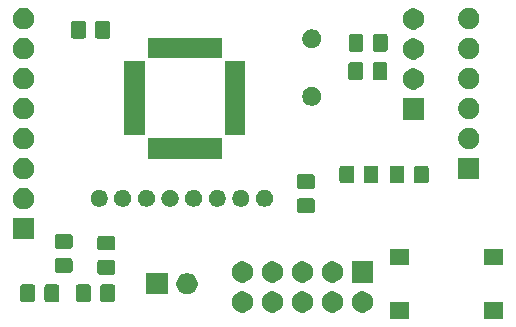
<source format=gbr>
G04 #@! TF.GenerationSoftware,KiCad,Pcbnew,(5.1.5-0-10_14)*
G04 #@! TF.CreationDate,2020-04-26T21:59:26+02:00*
G04 #@! TF.ProjectId,minimal,6d696e69-6d61-46c2-9e6b-696361645f70,rev?*
G04 #@! TF.SameCoordinates,Original*
G04 #@! TF.FileFunction,Soldermask,Top*
G04 #@! TF.FilePolarity,Negative*
%FSLAX46Y46*%
G04 Gerber Fmt 4.6, Leading zero omitted, Abs format (unit mm)*
G04 Created by KiCad (PCBNEW (5.1.5-0-10_14)) date 2020-04-26 21:59:26*
%MOMM*%
%LPD*%
G04 APERTURE LIST*
%ADD10C,0.100000*%
G04 APERTURE END LIST*
D10*
G36*
X69201000Y-67451000D02*
G01*
X67549000Y-67451000D01*
X67549000Y-66049000D01*
X69201000Y-66049000D01*
X69201000Y-67451000D01*
G37*
G36*
X61251000Y-67451000D02*
G01*
X59599000Y-67451000D01*
X59599000Y-66049000D01*
X61251000Y-66049000D01*
X61251000Y-67451000D01*
G37*
G36*
X57403512Y-65143927D02*
G01*
X57552812Y-65173624D01*
X57716784Y-65241544D01*
X57864354Y-65340147D01*
X57989853Y-65465646D01*
X58088456Y-65613216D01*
X58156376Y-65777188D01*
X58191000Y-65951259D01*
X58191000Y-66128741D01*
X58156376Y-66302812D01*
X58088456Y-66466784D01*
X57989853Y-66614354D01*
X57864354Y-66739853D01*
X57716784Y-66838456D01*
X57552812Y-66906376D01*
X57403512Y-66936073D01*
X57378742Y-66941000D01*
X57201258Y-66941000D01*
X57176488Y-66936073D01*
X57027188Y-66906376D01*
X56863216Y-66838456D01*
X56715646Y-66739853D01*
X56590147Y-66614354D01*
X56491544Y-66466784D01*
X56423624Y-66302812D01*
X56389000Y-66128741D01*
X56389000Y-65951259D01*
X56423624Y-65777188D01*
X56491544Y-65613216D01*
X56590147Y-65465646D01*
X56715646Y-65340147D01*
X56863216Y-65241544D01*
X57027188Y-65173624D01*
X57176488Y-65143927D01*
X57201258Y-65139000D01*
X57378742Y-65139000D01*
X57403512Y-65143927D01*
G37*
G36*
X54863512Y-65143927D02*
G01*
X55012812Y-65173624D01*
X55176784Y-65241544D01*
X55324354Y-65340147D01*
X55449853Y-65465646D01*
X55548456Y-65613216D01*
X55616376Y-65777188D01*
X55651000Y-65951259D01*
X55651000Y-66128741D01*
X55616376Y-66302812D01*
X55548456Y-66466784D01*
X55449853Y-66614354D01*
X55324354Y-66739853D01*
X55176784Y-66838456D01*
X55012812Y-66906376D01*
X54863512Y-66936073D01*
X54838742Y-66941000D01*
X54661258Y-66941000D01*
X54636488Y-66936073D01*
X54487188Y-66906376D01*
X54323216Y-66838456D01*
X54175646Y-66739853D01*
X54050147Y-66614354D01*
X53951544Y-66466784D01*
X53883624Y-66302812D01*
X53849000Y-66128741D01*
X53849000Y-65951259D01*
X53883624Y-65777188D01*
X53951544Y-65613216D01*
X54050147Y-65465646D01*
X54175646Y-65340147D01*
X54323216Y-65241544D01*
X54487188Y-65173624D01*
X54636488Y-65143927D01*
X54661258Y-65139000D01*
X54838742Y-65139000D01*
X54863512Y-65143927D01*
G37*
G36*
X52323512Y-65143927D02*
G01*
X52472812Y-65173624D01*
X52636784Y-65241544D01*
X52784354Y-65340147D01*
X52909853Y-65465646D01*
X53008456Y-65613216D01*
X53076376Y-65777188D01*
X53111000Y-65951259D01*
X53111000Y-66128741D01*
X53076376Y-66302812D01*
X53008456Y-66466784D01*
X52909853Y-66614354D01*
X52784354Y-66739853D01*
X52636784Y-66838456D01*
X52472812Y-66906376D01*
X52323512Y-66936073D01*
X52298742Y-66941000D01*
X52121258Y-66941000D01*
X52096488Y-66936073D01*
X51947188Y-66906376D01*
X51783216Y-66838456D01*
X51635646Y-66739853D01*
X51510147Y-66614354D01*
X51411544Y-66466784D01*
X51343624Y-66302812D01*
X51309000Y-66128741D01*
X51309000Y-65951259D01*
X51343624Y-65777188D01*
X51411544Y-65613216D01*
X51510147Y-65465646D01*
X51635646Y-65340147D01*
X51783216Y-65241544D01*
X51947188Y-65173624D01*
X52096488Y-65143927D01*
X52121258Y-65139000D01*
X52298742Y-65139000D01*
X52323512Y-65143927D01*
G37*
G36*
X49783512Y-65143927D02*
G01*
X49932812Y-65173624D01*
X50096784Y-65241544D01*
X50244354Y-65340147D01*
X50369853Y-65465646D01*
X50468456Y-65613216D01*
X50536376Y-65777188D01*
X50571000Y-65951259D01*
X50571000Y-66128741D01*
X50536376Y-66302812D01*
X50468456Y-66466784D01*
X50369853Y-66614354D01*
X50244354Y-66739853D01*
X50096784Y-66838456D01*
X49932812Y-66906376D01*
X49783512Y-66936073D01*
X49758742Y-66941000D01*
X49581258Y-66941000D01*
X49556488Y-66936073D01*
X49407188Y-66906376D01*
X49243216Y-66838456D01*
X49095646Y-66739853D01*
X48970147Y-66614354D01*
X48871544Y-66466784D01*
X48803624Y-66302812D01*
X48769000Y-66128741D01*
X48769000Y-65951259D01*
X48803624Y-65777188D01*
X48871544Y-65613216D01*
X48970147Y-65465646D01*
X49095646Y-65340147D01*
X49243216Y-65241544D01*
X49407188Y-65173624D01*
X49556488Y-65143927D01*
X49581258Y-65139000D01*
X49758742Y-65139000D01*
X49783512Y-65143927D01*
G37*
G36*
X47243512Y-65143927D02*
G01*
X47392812Y-65173624D01*
X47556784Y-65241544D01*
X47704354Y-65340147D01*
X47829853Y-65465646D01*
X47928456Y-65613216D01*
X47996376Y-65777188D01*
X48031000Y-65951259D01*
X48031000Y-66128741D01*
X47996376Y-66302812D01*
X47928456Y-66466784D01*
X47829853Y-66614354D01*
X47704354Y-66739853D01*
X47556784Y-66838456D01*
X47392812Y-66906376D01*
X47243512Y-66936073D01*
X47218742Y-66941000D01*
X47041258Y-66941000D01*
X47016488Y-66936073D01*
X46867188Y-66906376D01*
X46703216Y-66838456D01*
X46555646Y-66739853D01*
X46430147Y-66614354D01*
X46331544Y-66466784D01*
X46263624Y-66302812D01*
X46229000Y-66128741D01*
X46229000Y-65951259D01*
X46263624Y-65777188D01*
X46331544Y-65613216D01*
X46430147Y-65465646D01*
X46555646Y-65340147D01*
X46703216Y-65241544D01*
X46867188Y-65173624D01*
X47016488Y-65143927D01*
X47041258Y-65139000D01*
X47218742Y-65139000D01*
X47243512Y-65143927D01*
G37*
G36*
X29413674Y-64553465D02*
G01*
X29451367Y-64564899D01*
X29486103Y-64583466D01*
X29516548Y-64608452D01*
X29541534Y-64638897D01*
X29560101Y-64673633D01*
X29571535Y-64711326D01*
X29576000Y-64756661D01*
X29576000Y-65843339D01*
X29571535Y-65888674D01*
X29560101Y-65926367D01*
X29541534Y-65961103D01*
X29516548Y-65991548D01*
X29486103Y-66016534D01*
X29451367Y-66035101D01*
X29413674Y-66046535D01*
X29368339Y-66051000D01*
X28531661Y-66051000D01*
X28486326Y-66046535D01*
X28448633Y-66035101D01*
X28413897Y-66016534D01*
X28383452Y-65991548D01*
X28358466Y-65961103D01*
X28339899Y-65926367D01*
X28328465Y-65888674D01*
X28324000Y-65843339D01*
X28324000Y-64756661D01*
X28328465Y-64711326D01*
X28339899Y-64673633D01*
X28358466Y-64638897D01*
X28383452Y-64608452D01*
X28413897Y-64583466D01*
X28448633Y-64564899D01*
X28486326Y-64553465D01*
X28531661Y-64549000D01*
X29368339Y-64549000D01*
X29413674Y-64553465D01*
G37*
G36*
X31463674Y-64553465D02*
G01*
X31501367Y-64564899D01*
X31536103Y-64583466D01*
X31566548Y-64608452D01*
X31591534Y-64638897D01*
X31610101Y-64673633D01*
X31621535Y-64711326D01*
X31626000Y-64756661D01*
X31626000Y-65843339D01*
X31621535Y-65888674D01*
X31610101Y-65926367D01*
X31591534Y-65961103D01*
X31566548Y-65991548D01*
X31536103Y-66016534D01*
X31501367Y-66035101D01*
X31463674Y-66046535D01*
X31418339Y-66051000D01*
X30581661Y-66051000D01*
X30536326Y-66046535D01*
X30498633Y-66035101D01*
X30463897Y-66016534D01*
X30433452Y-65991548D01*
X30408466Y-65961103D01*
X30389899Y-65926367D01*
X30378465Y-65888674D01*
X30374000Y-65843339D01*
X30374000Y-64756661D01*
X30378465Y-64711326D01*
X30389899Y-64673633D01*
X30408466Y-64638897D01*
X30433452Y-64608452D01*
X30463897Y-64583466D01*
X30498633Y-64564899D01*
X30536326Y-64553465D01*
X30581661Y-64549000D01*
X31418339Y-64549000D01*
X31463674Y-64553465D01*
G37*
G36*
X34138674Y-64553465D02*
G01*
X34176367Y-64564899D01*
X34211103Y-64583466D01*
X34241548Y-64608452D01*
X34266534Y-64638897D01*
X34285101Y-64673633D01*
X34296535Y-64711326D01*
X34301000Y-64756661D01*
X34301000Y-65843339D01*
X34296535Y-65888674D01*
X34285101Y-65926367D01*
X34266534Y-65961103D01*
X34241548Y-65991548D01*
X34211103Y-66016534D01*
X34176367Y-66035101D01*
X34138674Y-66046535D01*
X34093339Y-66051000D01*
X33256661Y-66051000D01*
X33211326Y-66046535D01*
X33173633Y-66035101D01*
X33138897Y-66016534D01*
X33108452Y-65991548D01*
X33083466Y-65961103D01*
X33064899Y-65926367D01*
X33053465Y-65888674D01*
X33049000Y-65843339D01*
X33049000Y-64756661D01*
X33053465Y-64711326D01*
X33064899Y-64673633D01*
X33083466Y-64638897D01*
X33108452Y-64608452D01*
X33138897Y-64583466D01*
X33173633Y-64564899D01*
X33211326Y-64553465D01*
X33256661Y-64549000D01*
X34093339Y-64549000D01*
X34138674Y-64553465D01*
G37*
G36*
X36188674Y-64553465D02*
G01*
X36226367Y-64564899D01*
X36261103Y-64583466D01*
X36291548Y-64608452D01*
X36316534Y-64638897D01*
X36335101Y-64673633D01*
X36346535Y-64711326D01*
X36351000Y-64756661D01*
X36351000Y-65843339D01*
X36346535Y-65888674D01*
X36335101Y-65926367D01*
X36316534Y-65961103D01*
X36291548Y-65991548D01*
X36261103Y-66016534D01*
X36226367Y-66035101D01*
X36188674Y-66046535D01*
X36143339Y-66051000D01*
X35306661Y-66051000D01*
X35261326Y-66046535D01*
X35223633Y-66035101D01*
X35188897Y-66016534D01*
X35158452Y-65991548D01*
X35133466Y-65961103D01*
X35114899Y-65926367D01*
X35103465Y-65888674D01*
X35099000Y-65843339D01*
X35099000Y-64756661D01*
X35103465Y-64711326D01*
X35114899Y-64673633D01*
X35133466Y-64638897D01*
X35158452Y-64608452D01*
X35188897Y-64583466D01*
X35223633Y-64564899D01*
X35261326Y-64553465D01*
X35306661Y-64549000D01*
X36143339Y-64549000D01*
X36188674Y-64553465D01*
G37*
G36*
X40801000Y-65401000D02*
G01*
X38999000Y-65401000D01*
X38999000Y-63599000D01*
X40801000Y-63599000D01*
X40801000Y-65401000D01*
G37*
G36*
X42553512Y-63603927D02*
G01*
X42702812Y-63633624D01*
X42866784Y-63701544D01*
X43014354Y-63800147D01*
X43139853Y-63925646D01*
X43238456Y-64073216D01*
X43306376Y-64237188D01*
X43332072Y-64366375D01*
X43338960Y-64401000D01*
X43341000Y-64411259D01*
X43341000Y-64588741D01*
X43306376Y-64762812D01*
X43238456Y-64926784D01*
X43139853Y-65074354D01*
X43014354Y-65199853D01*
X42866784Y-65298456D01*
X42702812Y-65366376D01*
X42553512Y-65396073D01*
X42528742Y-65401000D01*
X42351258Y-65401000D01*
X42326488Y-65396073D01*
X42177188Y-65366376D01*
X42013216Y-65298456D01*
X41865646Y-65199853D01*
X41740147Y-65074354D01*
X41641544Y-64926784D01*
X41573624Y-64762812D01*
X41539000Y-64588741D01*
X41539000Y-64411259D01*
X41541041Y-64401000D01*
X41547928Y-64366375D01*
X41573624Y-64237188D01*
X41641544Y-64073216D01*
X41740147Y-63925646D01*
X41865646Y-63800147D01*
X42013216Y-63701544D01*
X42177188Y-63633624D01*
X42326488Y-63603927D01*
X42351258Y-63599000D01*
X42528742Y-63599000D01*
X42553512Y-63603927D01*
G37*
G36*
X52323512Y-62603927D02*
G01*
X52472812Y-62633624D01*
X52636784Y-62701544D01*
X52784354Y-62800147D01*
X52909853Y-62925646D01*
X53008456Y-63073216D01*
X53076376Y-63237188D01*
X53102463Y-63368339D01*
X53111000Y-63411258D01*
X53111000Y-63588742D01*
X53108489Y-63601367D01*
X53076376Y-63762812D01*
X53008456Y-63926784D01*
X52909853Y-64074354D01*
X52784354Y-64199853D01*
X52636784Y-64298456D01*
X52472812Y-64366376D01*
X52323512Y-64396073D01*
X52298742Y-64401000D01*
X52121258Y-64401000D01*
X52096488Y-64396073D01*
X51947188Y-64366376D01*
X51783216Y-64298456D01*
X51635646Y-64199853D01*
X51510147Y-64074354D01*
X51411544Y-63926784D01*
X51343624Y-63762812D01*
X51311511Y-63601367D01*
X51309000Y-63588742D01*
X51309000Y-63411258D01*
X51317537Y-63368339D01*
X51343624Y-63237188D01*
X51411544Y-63073216D01*
X51510147Y-62925646D01*
X51635646Y-62800147D01*
X51783216Y-62701544D01*
X51947188Y-62633624D01*
X52096488Y-62603927D01*
X52121258Y-62599000D01*
X52298742Y-62599000D01*
X52323512Y-62603927D01*
G37*
G36*
X49783512Y-62603927D02*
G01*
X49932812Y-62633624D01*
X50096784Y-62701544D01*
X50244354Y-62800147D01*
X50369853Y-62925646D01*
X50468456Y-63073216D01*
X50536376Y-63237188D01*
X50562463Y-63368339D01*
X50571000Y-63411258D01*
X50571000Y-63588742D01*
X50568489Y-63601367D01*
X50536376Y-63762812D01*
X50468456Y-63926784D01*
X50369853Y-64074354D01*
X50244354Y-64199853D01*
X50096784Y-64298456D01*
X49932812Y-64366376D01*
X49783512Y-64396073D01*
X49758742Y-64401000D01*
X49581258Y-64401000D01*
X49556488Y-64396073D01*
X49407188Y-64366376D01*
X49243216Y-64298456D01*
X49095646Y-64199853D01*
X48970147Y-64074354D01*
X48871544Y-63926784D01*
X48803624Y-63762812D01*
X48771511Y-63601367D01*
X48769000Y-63588742D01*
X48769000Y-63411258D01*
X48777537Y-63368339D01*
X48803624Y-63237188D01*
X48871544Y-63073216D01*
X48970147Y-62925646D01*
X49095646Y-62800147D01*
X49243216Y-62701544D01*
X49407188Y-62633624D01*
X49556488Y-62603927D01*
X49581258Y-62599000D01*
X49758742Y-62599000D01*
X49783512Y-62603927D01*
G37*
G36*
X47243512Y-62603927D02*
G01*
X47392812Y-62633624D01*
X47556784Y-62701544D01*
X47704354Y-62800147D01*
X47829853Y-62925646D01*
X47928456Y-63073216D01*
X47996376Y-63237188D01*
X48022463Y-63368339D01*
X48031000Y-63411258D01*
X48031000Y-63588742D01*
X48028489Y-63601367D01*
X47996376Y-63762812D01*
X47928456Y-63926784D01*
X47829853Y-64074354D01*
X47704354Y-64199853D01*
X47556784Y-64298456D01*
X47392812Y-64366376D01*
X47243512Y-64396073D01*
X47218742Y-64401000D01*
X47041258Y-64401000D01*
X47016488Y-64396073D01*
X46867188Y-64366376D01*
X46703216Y-64298456D01*
X46555646Y-64199853D01*
X46430147Y-64074354D01*
X46331544Y-63926784D01*
X46263624Y-63762812D01*
X46231511Y-63601367D01*
X46229000Y-63588742D01*
X46229000Y-63411258D01*
X46237537Y-63368339D01*
X46263624Y-63237188D01*
X46331544Y-63073216D01*
X46430147Y-62925646D01*
X46555646Y-62800147D01*
X46703216Y-62701544D01*
X46867188Y-62633624D01*
X47016488Y-62603927D01*
X47041258Y-62599000D01*
X47218742Y-62599000D01*
X47243512Y-62603927D01*
G37*
G36*
X54863512Y-62603927D02*
G01*
X55012812Y-62633624D01*
X55176784Y-62701544D01*
X55324354Y-62800147D01*
X55449853Y-62925646D01*
X55548456Y-63073216D01*
X55616376Y-63237188D01*
X55642463Y-63368339D01*
X55651000Y-63411258D01*
X55651000Y-63588742D01*
X55648489Y-63601367D01*
X55616376Y-63762812D01*
X55548456Y-63926784D01*
X55449853Y-64074354D01*
X55324354Y-64199853D01*
X55176784Y-64298456D01*
X55012812Y-64366376D01*
X54863512Y-64396073D01*
X54838742Y-64401000D01*
X54661258Y-64401000D01*
X54636488Y-64396073D01*
X54487188Y-64366376D01*
X54323216Y-64298456D01*
X54175646Y-64199853D01*
X54050147Y-64074354D01*
X53951544Y-63926784D01*
X53883624Y-63762812D01*
X53851511Y-63601367D01*
X53849000Y-63588742D01*
X53849000Y-63411258D01*
X53857537Y-63368339D01*
X53883624Y-63237188D01*
X53951544Y-63073216D01*
X54050147Y-62925646D01*
X54175646Y-62800147D01*
X54323216Y-62701544D01*
X54487188Y-62633624D01*
X54636488Y-62603927D01*
X54661258Y-62599000D01*
X54838742Y-62599000D01*
X54863512Y-62603927D01*
G37*
G36*
X58191000Y-64401000D02*
G01*
X56389000Y-64401000D01*
X56389000Y-62599000D01*
X58191000Y-62599000D01*
X58191000Y-64401000D01*
G37*
G36*
X36188674Y-62478465D02*
G01*
X36226367Y-62489899D01*
X36261103Y-62508466D01*
X36291548Y-62533452D01*
X36316534Y-62563897D01*
X36335101Y-62598633D01*
X36346535Y-62636326D01*
X36351000Y-62681661D01*
X36351000Y-63518339D01*
X36346535Y-63563674D01*
X36335101Y-63601367D01*
X36316534Y-63636103D01*
X36291548Y-63666548D01*
X36261103Y-63691534D01*
X36226367Y-63710101D01*
X36188674Y-63721535D01*
X36143339Y-63726000D01*
X35056661Y-63726000D01*
X35011326Y-63721535D01*
X34973633Y-63710101D01*
X34938897Y-63691534D01*
X34908452Y-63666548D01*
X34883466Y-63636103D01*
X34864899Y-63601367D01*
X34853465Y-63563674D01*
X34849000Y-63518339D01*
X34849000Y-62681661D01*
X34853465Y-62636326D01*
X34864899Y-62598633D01*
X34883466Y-62563897D01*
X34908452Y-62533452D01*
X34938897Y-62508466D01*
X34973633Y-62489899D01*
X35011326Y-62478465D01*
X35056661Y-62474000D01*
X36143339Y-62474000D01*
X36188674Y-62478465D01*
G37*
G36*
X32588674Y-62328465D02*
G01*
X32626367Y-62339899D01*
X32661103Y-62358466D01*
X32691548Y-62383452D01*
X32716534Y-62413897D01*
X32735101Y-62448633D01*
X32746535Y-62486326D01*
X32751000Y-62531661D01*
X32751000Y-63368339D01*
X32746535Y-63413674D01*
X32735101Y-63451367D01*
X32716534Y-63486103D01*
X32691548Y-63516548D01*
X32661103Y-63541534D01*
X32626367Y-63560101D01*
X32588674Y-63571535D01*
X32543339Y-63576000D01*
X31456661Y-63576000D01*
X31411326Y-63571535D01*
X31373633Y-63560101D01*
X31338897Y-63541534D01*
X31308452Y-63516548D01*
X31283466Y-63486103D01*
X31264899Y-63451367D01*
X31253465Y-63413674D01*
X31249000Y-63368339D01*
X31249000Y-62531661D01*
X31253465Y-62486326D01*
X31264899Y-62448633D01*
X31283466Y-62413897D01*
X31308452Y-62383452D01*
X31338897Y-62358466D01*
X31373633Y-62339899D01*
X31411326Y-62328465D01*
X31456661Y-62324000D01*
X32543339Y-62324000D01*
X32588674Y-62328465D01*
G37*
G36*
X61251000Y-62951000D02*
G01*
X59599000Y-62951000D01*
X59599000Y-61549000D01*
X61251000Y-61549000D01*
X61251000Y-62951000D01*
G37*
G36*
X69201000Y-62951000D02*
G01*
X67549000Y-62951000D01*
X67549000Y-61549000D01*
X69201000Y-61549000D01*
X69201000Y-62951000D01*
G37*
G36*
X36188674Y-60428465D02*
G01*
X36226367Y-60439899D01*
X36261103Y-60458466D01*
X36291548Y-60483452D01*
X36316534Y-60513897D01*
X36335101Y-60548633D01*
X36346535Y-60586326D01*
X36351000Y-60631661D01*
X36351000Y-61468339D01*
X36346535Y-61513674D01*
X36335101Y-61551367D01*
X36316534Y-61586103D01*
X36291548Y-61616548D01*
X36261103Y-61641534D01*
X36226367Y-61660101D01*
X36188674Y-61671535D01*
X36143339Y-61676000D01*
X35056661Y-61676000D01*
X35011326Y-61671535D01*
X34973633Y-61660101D01*
X34938897Y-61641534D01*
X34908452Y-61616548D01*
X34883466Y-61586103D01*
X34864899Y-61551367D01*
X34853465Y-61513674D01*
X34849000Y-61468339D01*
X34849000Y-60631661D01*
X34853465Y-60586326D01*
X34864899Y-60548633D01*
X34883466Y-60513897D01*
X34908452Y-60483452D01*
X34938897Y-60458466D01*
X34973633Y-60439899D01*
X35011326Y-60428465D01*
X35056661Y-60424000D01*
X36143339Y-60424000D01*
X36188674Y-60428465D01*
G37*
G36*
X32588674Y-60278465D02*
G01*
X32626367Y-60289899D01*
X32661103Y-60308466D01*
X32691548Y-60333452D01*
X32716534Y-60363897D01*
X32735101Y-60398633D01*
X32746535Y-60436326D01*
X32751000Y-60481661D01*
X32751000Y-61318339D01*
X32746535Y-61363674D01*
X32735101Y-61401367D01*
X32716534Y-61436103D01*
X32691548Y-61466548D01*
X32661103Y-61491534D01*
X32626367Y-61510101D01*
X32588674Y-61521535D01*
X32543339Y-61526000D01*
X31456661Y-61526000D01*
X31411326Y-61521535D01*
X31373633Y-61510101D01*
X31338897Y-61491534D01*
X31308452Y-61466548D01*
X31283466Y-61436103D01*
X31264899Y-61401367D01*
X31253465Y-61363674D01*
X31249000Y-61318339D01*
X31249000Y-60481661D01*
X31253465Y-60436326D01*
X31264899Y-60398633D01*
X31283466Y-60363897D01*
X31308452Y-60333452D01*
X31338897Y-60308466D01*
X31373633Y-60289899D01*
X31411326Y-60278465D01*
X31456661Y-60274000D01*
X32543339Y-60274000D01*
X32588674Y-60278465D01*
G37*
G36*
X29501000Y-60741000D02*
G01*
X27699000Y-60741000D01*
X27699000Y-58939000D01*
X29501000Y-58939000D01*
X29501000Y-60741000D01*
G37*
G36*
X53088674Y-57278465D02*
G01*
X53126367Y-57289899D01*
X53161103Y-57308466D01*
X53191548Y-57333452D01*
X53216534Y-57363897D01*
X53235101Y-57398633D01*
X53246535Y-57436326D01*
X53251000Y-57481661D01*
X53251000Y-58318339D01*
X53246535Y-58363674D01*
X53235101Y-58401367D01*
X53216534Y-58436103D01*
X53191548Y-58466548D01*
X53161103Y-58491534D01*
X53126367Y-58510101D01*
X53088674Y-58521535D01*
X53043339Y-58526000D01*
X51956661Y-58526000D01*
X51911326Y-58521535D01*
X51873633Y-58510101D01*
X51838897Y-58491534D01*
X51808452Y-58466548D01*
X51783466Y-58436103D01*
X51764899Y-58401367D01*
X51753465Y-58363674D01*
X51749000Y-58318339D01*
X51749000Y-57481661D01*
X51753465Y-57436326D01*
X51764899Y-57398633D01*
X51783466Y-57363897D01*
X51808452Y-57333452D01*
X51838897Y-57308466D01*
X51873633Y-57289899D01*
X51911326Y-57278465D01*
X51956661Y-57274000D01*
X53043339Y-57274000D01*
X53088674Y-57278465D01*
G37*
G36*
X28713512Y-56403927D02*
G01*
X28862812Y-56433624D01*
X29026784Y-56501544D01*
X29174354Y-56600147D01*
X29299853Y-56725646D01*
X29398456Y-56873216D01*
X29466376Y-57037188D01*
X29494483Y-57178494D01*
X29501000Y-57211258D01*
X29501000Y-57388742D01*
X29496073Y-57413512D01*
X29466376Y-57562812D01*
X29398456Y-57726784D01*
X29299853Y-57874354D01*
X29174354Y-57999853D01*
X29026784Y-58098456D01*
X28862812Y-58166376D01*
X28713512Y-58196073D01*
X28688742Y-58201000D01*
X28511258Y-58201000D01*
X28486488Y-58196073D01*
X28337188Y-58166376D01*
X28173216Y-58098456D01*
X28025646Y-57999853D01*
X27900147Y-57874354D01*
X27801544Y-57726784D01*
X27733624Y-57562812D01*
X27703927Y-57413512D01*
X27699000Y-57388742D01*
X27699000Y-57211258D01*
X27705517Y-57178494D01*
X27733624Y-57037188D01*
X27801544Y-56873216D01*
X27900147Y-56725646D01*
X28025646Y-56600147D01*
X28173216Y-56501544D01*
X28337188Y-56433624D01*
X28486488Y-56403927D01*
X28511258Y-56399000D01*
X28688742Y-56399000D01*
X28713512Y-56403927D01*
G37*
G36*
X45211766Y-56551899D02*
G01*
X45343888Y-56606626D01*
X45343890Y-56606627D01*
X45462798Y-56686079D01*
X45563921Y-56787202D01*
X45563922Y-56787204D01*
X45643374Y-56906112D01*
X45698101Y-57038234D01*
X45726000Y-57178494D01*
X45726000Y-57321506D01*
X45698101Y-57461766D01*
X45656246Y-57562812D01*
X45643373Y-57593890D01*
X45563921Y-57712798D01*
X45462798Y-57813921D01*
X45343890Y-57893373D01*
X45343889Y-57893374D01*
X45343888Y-57893374D01*
X45211766Y-57948101D01*
X45071506Y-57976000D01*
X44928494Y-57976000D01*
X44788234Y-57948101D01*
X44656112Y-57893374D01*
X44656111Y-57893374D01*
X44656110Y-57893373D01*
X44537202Y-57813921D01*
X44436079Y-57712798D01*
X44356627Y-57593890D01*
X44343754Y-57562812D01*
X44301899Y-57461766D01*
X44274000Y-57321506D01*
X44274000Y-57178494D01*
X44301899Y-57038234D01*
X44356626Y-56906112D01*
X44436078Y-56787204D01*
X44436079Y-56787202D01*
X44537202Y-56686079D01*
X44656110Y-56606627D01*
X44656112Y-56606626D01*
X44788234Y-56551899D01*
X44928494Y-56524000D01*
X45071506Y-56524000D01*
X45211766Y-56551899D01*
G37*
G36*
X43211766Y-56551899D02*
G01*
X43343888Y-56606626D01*
X43343890Y-56606627D01*
X43462798Y-56686079D01*
X43563921Y-56787202D01*
X43563922Y-56787204D01*
X43643374Y-56906112D01*
X43698101Y-57038234D01*
X43726000Y-57178494D01*
X43726000Y-57321506D01*
X43698101Y-57461766D01*
X43656246Y-57562812D01*
X43643373Y-57593890D01*
X43563921Y-57712798D01*
X43462798Y-57813921D01*
X43343890Y-57893373D01*
X43343889Y-57893374D01*
X43343888Y-57893374D01*
X43211766Y-57948101D01*
X43071506Y-57976000D01*
X42928494Y-57976000D01*
X42788234Y-57948101D01*
X42656112Y-57893374D01*
X42656111Y-57893374D01*
X42656110Y-57893373D01*
X42537202Y-57813921D01*
X42436079Y-57712798D01*
X42356627Y-57593890D01*
X42343754Y-57562812D01*
X42301899Y-57461766D01*
X42274000Y-57321506D01*
X42274000Y-57178494D01*
X42301899Y-57038234D01*
X42356626Y-56906112D01*
X42436078Y-56787204D01*
X42436079Y-56787202D01*
X42537202Y-56686079D01*
X42656110Y-56606627D01*
X42656112Y-56606626D01*
X42788234Y-56551899D01*
X42928494Y-56524000D01*
X43071506Y-56524000D01*
X43211766Y-56551899D01*
G37*
G36*
X41211766Y-56551899D02*
G01*
X41343888Y-56606626D01*
X41343890Y-56606627D01*
X41462798Y-56686079D01*
X41563921Y-56787202D01*
X41563922Y-56787204D01*
X41643374Y-56906112D01*
X41698101Y-57038234D01*
X41726000Y-57178494D01*
X41726000Y-57321506D01*
X41698101Y-57461766D01*
X41656246Y-57562812D01*
X41643373Y-57593890D01*
X41563921Y-57712798D01*
X41462798Y-57813921D01*
X41343890Y-57893373D01*
X41343889Y-57893374D01*
X41343888Y-57893374D01*
X41211766Y-57948101D01*
X41071506Y-57976000D01*
X40928494Y-57976000D01*
X40788234Y-57948101D01*
X40656112Y-57893374D01*
X40656111Y-57893374D01*
X40656110Y-57893373D01*
X40537202Y-57813921D01*
X40436079Y-57712798D01*
X40356627Y-57593890D01*
X40343754Y-57562812D01*
X40301899Y-57461766D01*
X40274000Y-57321506D01*
X40274000Y-57178494D01*
X40301899Y-57038234D01*
X40356626Y-56906112D01*
X40436078Y-56787204D01*
X40436079Y-56787202D01*
X40537202Y-56686079D01*
X40656110Y-56606627D01*
X40656112Y-56606626D01*
X40788234Y-56551899D01*
X40928494Y-56524000D01*
X41071506Y-56524000D01*
X41211766Y-56551899D01*
G37*
G36*
X39211766Y-56551899D02*
G01*
X39343888Y-56606626D01*
X39343890Y-56606627D01*
X39462798Y-56686079D01*
X39563921Y-56787202D01*
X39563922Y-56787204D01*
X39643374Y-56906112D01*
X39698101Y-57038234D01*
X39726000Y-57178494D01*
X39726000Y-57321506D01*
X39698101Y-57461766D01*
X39656246Y-57562812D01*
X39643373Y-57593890D01*
X39563921Y-57712798D01*
X39462798Y-57813921D01*
X39343890Y-57893373D01*
X39343889Y-57893374D01*
X39343888Y-57893374D01*
X39211766Y-57948101D01*
X39071506Y-57976000D01*
X38928494Y-57976000D01*
X38788234Y-57948101D01*
X38656112Y-57893374D01*
X38656111Y-57893374D01*
X38656110Y-57893373D01*
X38537202Y-57813921D01*
X38436079Y-57712798D01*
X38356627Y-57593890D01*
X38343754Y-57562812D01*
X38301899Y-57461766D01*
X38274000Y-57321506D01*
X38274000Y-57178494D01*
X38301899Y-57038234D01*
X38356626Y-56906112D01*
X38436078Y-56787204D01*
X38436079Y-56787202D01*
X38537202Y-56686079D01*
X38656110Y-56606627D01*
X38656112Y-56606626D01*
X38788234Y-56551899D01*
X38928494Y-56524000D01*
X39071506Y-56524000D01*
X39211766Y-56551899D01*
G37*
G36*
X37211766Y-56551899D02*
G01*
X37343888Y-56606626D01*
X37343890Y-56606627D01*
X37462798Y-56686079D01*
X37563921Y-56787202D01*
X37563922Y-56787204D01*
X37643374Y-56906112D01*
X37698101Y-57038234D01*
X37726000Y-57178494D01*
X37726000Y-57321506D01*
X37698101Y-57461766D01*
X37656246Y-57562812D01*
X37643373Y-57593890D01*
X37563921Y-57712798D01*
X37462798Y-57813921D01*
X37343890Y-57893373D01*
X37343889Y-57893374D01*
X37343888Y-57893374D01*
X37211766Y-57948101D01*
X37071506Y-57976000D01*
X36928494Y-57976000D01*
X36788234Y-57948101D01*
X36656112Y-57893374D01*
X36656111Y-57893374D01*
X36656110Y-57893373D01*
X36537202Y-57813921D01*
X36436079Y-57712798D01*
X36356627Y-57593890D01*
X36343754Y-57562812D01*
X36301899Y-57461766D01*
X36274000Y-57321506D01*
X36274000Y-57178494D01*
X36301899Y-57038234D01*
X36356626Y-56906112D01*
X36436078Y-56787204D01*
X36436079Y-56787202D01*
X36537202Y-56686079D01*
X36656110Y-56606627D01*
X36656112Y-56606626D01*
X36788234Y-56551899D01*
X36928494Y-56524000D01*
X37071506Y-56524000D01*
X37211766Y-56551899D01*
G37*
G36*
X35211766Y-56551899D02*
G01*
X35343888Y-56606626D01*
X35343890Y-56606627D01*
X35462798Y-56686079D01*
X35563921Y-56787202D01*
X35563922Y-56787204D01*
X35643374Y-56906112D01*
X35698101Y-57038234D01*
X35726000Y-57178494D01*
X35726000Y-57321506D01*
X35698101Y-57461766D01*
X35656246Y-57562812D01*
X35643373Y-57593890D01*
X35563921Y-57712798D01*
X35462798Y-57813921D01*
X35343890Y-57893373D01*
X35343889Y-57893374D01*
X35343888Y-57893374D01*
X35211766Y-57948101D01*
X35071506Y-57976000D01*
X34928494Y-57976000D01*
X34788234Y-57948101D01*
X34656112Y-57893374D01*
X34656111Y-57893374D01*
X34656110Y-57893373D01*
X34537202Y-57813921D01*
X34436079Y-57712798D01*
X34356627Y-57593890D01*
X34343754Y-57562812D01*
X34301899Y-57461766D01*
X34274000Y-57321506D01*
X34274000Y-57178494D01*
X34301899Y-57038234D01*
X34356626Y-56906112D01*
X34436078Y-56787204D01*
X34436079Y-56787202D01*
X34537202Y-56686079D01*
X34656110Y-56606627D01*
X34656112Y-56606626D01*
X34788234Y-56551899D01*
X34928494Y-56524000D01*
X35071506Y-56524000D01*
X35211766Y-56551899D01*
G37*
G36*
X47211766Y-56551899D02*
G01*
X47343888Y-56606626D01*
X47343890Y-56606627D01*
X47462798Y-56686079D01*
X47563921Y-56787202D01*
X47563922Y-56787204D01*
X47643374Y-56906112D01*
X47698101Y-57038234D01*
X47726000Y-57178494D01*
X47726000Y-57321506D01*
X47698101Y-57461766D01*
X47656246Y-57562812D01*
X47643373Y-57593890D01*
X47563921Y-57712798D01*
X47462798Y-57813921D01*
X47343890Y-57893373D01*
X47343889Y-57893374D01*
X47343888Y-57893374D01*
X47211766Y-57948101D01*
X47071506Y-57976000D01*
X46928494Y-57976000D01*
X46788234Y-57948101D01*
X46656112Y-57893374D01*
X46656111Y-57893374D01*
X46656110Y-57893373D01*
X46537202Y-57813921D01*
X46436079Y-57712798D01*
X46356627Y-57593890D01*
X46343754Y-57562812D01*
X46301899Y-57461766D01*
X46274000Y-57321506D01*
X46274000Y-57178494D01*
X46301899Y-57038234D01*
X46356626Y-56906112D01*
X46436078Y-56787204D01*
X46436079Y-56787202D01*
X46537202Y-56686079D01*
X46656110Y-56606627D01*
X46656112Y-56606626D01*
X46788234Y-56551899D01*
X46928494Y-56524000D01*
X47071506Y-56524000D01*
X47211766Y-56551899D01*
G37*
G36*
X49211766Y-56551899D02*
G01*
X49343888Y-56606626D01*
X49343890Y-56606627D01*
X49462798Y-56686079D01*
X49563921Y-56787202D01*
X49563922Y-56787204D01*
X49643374Y-56906112D01*
X49698101Y-57038234D01*
X49726000Y-57178494D01*
X49726000Y-57321506D01*
X49698101Y-57461766D01*
X49656246Y-57562812D01*
X49643373Y-57593890D01*
X49563921Y-57712798D01*
X49462798Y-57813921D01*
X49343890Y-57893373D01*
X49343889Y-57893374D01*
X49343888Y-57893374D01*
X49211766Y-57948101D01*
X49071506Y-57976000D01*
X48928494Y-57976000D01*
X48788234Y-57948101D01*
X48656112Y-57893374D01*
X48656111Y-57893374D01*
X48656110Y-57893373D01*
X48537202Y-57813921D01*
X48436079Y-57712798D01*
X48356627Y-57593890D01*
X48343754Y-57562812D01*
X48301899Y-57461766D01*
X48274000Y-57321506D01*
X48274000Y-57178494D01*
X48301899Y-57038234D01*
X48356626Y-56906112D01*
X48436078Y-56787204D01*
X48436079Y-56787202D01*
X48537202Y-56686079D01*
X48656110Y-56606627D01*
X48656112Y-56606626D01*
X48788234Y-56551899D01*
X48928494Y-56524000D01*
X49071506Y-56524000D01*
X49211766Y-56551899D01*
G37*
G36*
X53088674Y-55228465D02*
G01*
X53126367Y-55239899D01*
X53161103Y-55258466D01*
X53191548Y-55283452D01*
X53216534Y-55313897D01*
X53235101Y-55348633D01*
X53246535Y-55386326D01*
X53251000Y-55431661D01*
X53251000Y-56268339D01*
X53246535Y-56313674D01*
X53235101Y-56351367D01*
X53216534Y-56386103D01*
X53191548Y-56416548D01*
X53161103Y-56441534D01*
X53126367Y-56460101D01*
X53088674Y-56471535D01*
X53043339Y-56476000D01*
X51956661Y-56476000D01*
X51911326Y-56471535D01*
X51873633Y-56460101D01*
X51838897Y-56441534D01*
X51808452Y-56416548D01*
X51783466Y-56386103D01*
X51764899Y-56351367D01*
X51753465Y-56313674D01*
X51749000Y-56268339D01*
X51749000Y-55431661D01*
X51753465Y-55386326D01*
X51764899Y-55348633D01*
X51783466Y-55313897D01*
X51808452Y-55283452D01*
X51838897Y-55258466D01*
X51873633Y-55239899D01*
X51911326Y-55228465D01*
X51956661Y-55224000D01*
X53043339Y-55224000D01*
X53088674Y-55228465D01*
G37*
G36*
X56438674Y-54503465D02*
G01*
X56476367Y-54514899D01*
X56511103Y-54533466D01*
X56541548Y-54558452D01*
X56566534Y-54588897D01*
X56585101Y-54623633D01*
X56596535Y-54661326D01*
X56601000Y-54706661D01*
X56601000Y-55793339D01*
X56596535Y-55838674D01*
X56585101Y-55876367D01*
X56566534Y-55911103D01*
X56541548Y-55941548D01*
X56511103Y-55966534D01*
X56476367Y-55985101D01*
X56438674Y-55996535D01*
X56393339Y-56001000D01*
X55556661Y-56001000D01*
X55511326Y-55996535D01*
X55473633Y-55985101D01*
X55438897Y-55966534D01*
X55408452Y-55941548D01*
X55383466Y-55911103D01*
X55364899Y-55876367D01*
X55353465Y-55838674D01*
X55349000Y-55793339D01*
X55349000Y-54706661D01*
X55353465Y-54661326D01*
X55364899Y-54623633D01*
X55383466Y-54588897D01*
X55408452Y-54558452D01*
X55438897Y-54533466D01*
X55473633Y-54514899D01*
X55511326Y-54503465D01*
X55556661Y-54499000D01*
X56393339Y-54499000D01*
X56438674Y-54503465D01*
G37*
G36*
X58488674Y-54503465D02*
G01*
X58526367Y-54514899D01*
X58561103Y-54533466D01*
X58591548Y-54558452D01*
X58616534Y-54588897D01*
X58635101Y-54623633D01*
X58646535Y-54661326D01*
X58651000Y-54706661D01*
X58651000Y-55793339D01*
X58646535Y-55838674D01*
X58635101Y-55876367D01*
X58616534Y-55911103D01*
X58591548Y-55941548D01*
X58561103Y-55966534D01*
X58526367Y-55985101D01*
X58488674Y-55996535D01*
X58443339Y-56001000D01*
X57606661Y-56001000D01*
X57561326Y-55996535D01*
X57523633Y-55985101D01*
X57488897Y-55966534D01*
X57458452Y-55941548D01*
X57433466Y-55911103D01*
X57414899Y-55876367D01*
X57403465Y-55838674D01*
X57399000Y-55793339D01*
X57399000Y-54706661D01*
X57403465Y-54661326D01*
X57414899Y-54623633D01*
X57433466Y-54588897D01*
X57458452Y-54558452D01*
X57488897Y-54533466D01*
X57523633Y-54514899D01*
X57561326Y-54503465D01*
X57606661Y-54499000D01*
X58443339Y-54499000D01*
X58488674Y-54503465D01*
G37*
G36*
X60688674Y-54503465D02*
G01*
X60726367Y-54514899D01*
X60761103Y-54533466D01*
X60791548Y-54558452D01*
X60816534Y-54588897D01*
X60835101Y-54623633D01*
X60846535Y-54661326D01*
X60851000Y-54706661D01*
X60851000Y-55793339D01*
X60846535Y-55838674D01*
X60835101Y-55876367D01*
X60816534Y-55911103D01*
X60791548Y-55941548D01*
X60761103Y-55966534D01*
X60726367Y-55985101D01*
X60688674Y-55996535D01*
X60643339Y-56001000D01*
X59806661Y-56001000D01*
X59761326Y-55996535D01*
X59723633Y-55985101D01*
X59688897Y-55966534D01*
X59658452Y-55941548D01*
X59633466Y-55911103D01*
X59614899Y-55876367D01*
X59603465Y-55838674D01*
X59599000Y-55793339D01*
X59599000Y-54706661D01*
X59603465Y-54661326D01*
X59614899Y-54623633D01*
X59633466Y-54588897D01*
X59658452Y-54558452D01*
X59688897Y-54533466D01*
X59723633Y-54514899D01*
X59761326Y-54503465D01*
X59806661Y-54499000D01*
X60643339Y-54499000D01*
X60688674Y-54503465D01*
G37*
G36*
X62738674Y-54503465D02*
G01*
X62776367Y-54514899D01*
X62811103Y-54533466D01*
X62841548Y-54558452D01*
X62866534Y-54588897D01*
X62885101Y-54623633D01*
X62896535Y-54661326D01*
X62901000Y-54706661D01*
X62901000Y-55793339D01*
X62896535Y-55838674D01*
X62885101Y-55876367D01*
X62866534Y-55911103D01*
X62841548Y-55941548D01*
X62811103Y-55966534D01*
X62776367Y-55985101D01*
X62738674Y-55996535D01*
X62693339Y-56001000D01*
X61856661Y-56001000D01*
X61811326Y-55996535D01*
X61773633Y-55985101D01*
X61738897Y-55966534D01*
X61708452Y-55941548D01*
X61683466Y-55911103D01*
X61664899Y-55876367D01*
X61653465Y-55838674D01*
X61649000Y-55793339D01*
X61649000Y-54706661D01*
X61653465Y-54661326D01*
X61664899Y-54623633D01*
X61683466Y-54588897D01*
X61708452Y-54558452D01*
X61738897Y-54533466D01*
X61773633Y-54514899D01*
X61811326Y-54503465D01*
X61856661Y-54499000D01*
X62693339Y-54499000D01*
X62738674Y-54503465D01*
G37*
G36*
X28713512Y-53863927D02*
G01*
X28862812Y-53893624D01*
X29026784Y-53961544D01*
X29174354Y-54060147D01*
X29299853Y-54185646D01*
X29398456Y-54333216D01*
X29466376Y-54497188D01*
X29501000Y-54671259D01*
X29501000Y-54848741D01*
X29466376Y-55022812D01*
X29398456Y-55186784D01*
X29299853Y-55334354D01*
X29174354Y-55459853D01*
X29026784Y-55558456D01*
X28862812Y-55626376D01*
X28713512Y-55656073D01*
X28688742Y-55661000D01*
X28511258Y-55661000D01*
X28486488Y-55656073D01*
X28337188Y-55626376D01*
X28173216Y-55558456D01*
X28025646Y-55459853D01*
X27900147Y-55334354D01*
X27801544Y-55186784D01*
X27733624Y-55022812D01*
X27699000Y-54848741D01*
X27699000Y-54671259D01*
X27733624Y-54497188D01*
X27801544Y-54333216D01*
X27900147Y-54185646D01*
X28025646Y-54060147D01*
X28173216Y-53961544D01*
X28337188Y-53893624D01*
X28486488Y-53863927D01*
X28511258Y-53859000D01*
X28688742Y-53859000D01*
X28713512Y-53863927D01*
G37*
G36*
X67201000Y-55641000D02*
G01*
X65399000Y-55641000D01*
X65399000Y-53839000D01*
X67201000Y-53839000D01*
X67201000Y-55641000D01*
G37*
G36*
X45376000Y-53901000D02*
G01*
X39124000Y-53901000D01*
X39124000Y-52199000D01*
X45376000Y-52199000D01*
X45376000Y-53901000D01*
G37*
G36*
X28713512Y-51323927D02*
G01*
X28862812Y-51353624D01*
X29026784Y-51421544D01*
X29174354Y-51520147D01*
X29299853Y-51645646D01*
X29398456Y-51793216D01*
X29466376Y-51957188D01*
X29501000Y-52131259D01*
X29501000Y-52308741D01*
X29466376Y-52482812D01*
X29398456Y-52646784D01*
X29299853Y-52794354D01*
X29174354Y-52919853D01*
X29026784Y-53018456D01*
X28862812Y-53086376D01*
X28713512Y-53116073D01*
X28688742Y-53121000D01*
X28511258Y-53121000D01*
X28486488Y-53116073D01*
X28337188Y-53086376D01*
X28173216Y-53018456D01*
X28025646Y-52919853D01*
X27900147Y-52794354D01*
X27801544Y-52646784D01*
X27733624Y-52482812D01*
X27699000Y-52308741D01*
X27699000Y-52131259D01*
X27733624Y-51957188D01*
X27801544Y-51793216D01*
X27900147Y-51645646D01*
X28025646Y-51520147D01*
X28173216Y-51421544D01*
X28337188Y-51353624D01*
X28486488Y-51323927D01*
X28511258Y-51319000D01*
X28688742Y-51319000D01*
X28713512Y-51323927D01*
G37*
G36*
X66413512Y-51303927D02*
G01*
X66562812Y-51333624D01*
X66726784Y-51401544D01*
X66874354Y-51500147D01*
X66999853Y-51625646D01*
X67098456Y-51773216D01*
X67166376Y-51937188D01*
X67201000Y-52111259D01*
X67201000Y-52288741D01*
X67166376Y-52462812D01*
X67098456Y-52626784D01*
X66999853Y-52774354D01*
X66874354Y-52899853D01*
X66726784Y-52998456D01*
X66562812Y-53066376D01*
X66413512Y-53096073D01*
X66388742Y-53101000D01*
X66211258Y-53101000D01*
X66186488Y-53096073D01*
X66037188Y-53066376D01*
X65873216Y-52998456D01*
X65725646Y-52899853D01*
X65600147Y-52774354D01*
X65501544Y-52626784D01*
X65433624Y-52462812D01*
X65399000Y-52288741D01*
X65399000Y-52111259D01*
X65433624Y-51937188D01*
X65501544Y-51773216D01*
X65600147Y-51625646D01*
X65725646Y-51500147D01*
X65873216Y-51401544D01*
X66037188Y-51333624D01*
X66186488Y-51303927D01*
X66211258Y-51299000D01*
X66388742Y-51299000D01*
X66413512Y-51303927D01*
G37*
G36*
X38851000Y-51926000D02*
G01*
X37149000Y-51926000D01*
X37149000Y-45674000D01*
X38851000Y-45674000D01*
X38851000Y-51926000D01*
G37*
G36*
X47351000Y-51926000D02*
G01*
X45649000Y-51926000D01*
X45649000Y-45674000D01*
X47351000Y-45674000D01*
X47351000Y-51926000D01*
G37*
G36*
X62501000Y-50601000D02*
G01*
X60699000Y-50601000D01*
X60699000Y-48799000D01*
X62501000Y-48799000D01*
X62501000Y-50601000D01*
G37*
G36*
X28713512Y-48783927D02*
G01*
X28862812Y-48813624D01*
X29026784Y-48881544D01*
X29174354Y-48980147D01*
X29299853Y-49105646D01*
X29398456Y-49253216D01*
X29466376Y-49417188D01*
X29501000Y-49591259D01*
X29501000Y-49768741D01*
X29466376Y-49942812D01*
X29398456Y-50106784D01*
X29299853Y-50254354D01*
X29174354Y-50379853D01*
X29026784Y-50478456D01*
X28862812Y-50546376D01*
X28713512Y-50576073D01*
X28688742Y-50581000D01*
X28511258Y-50581000D01*
X28486488Y-50576073D01*
X28337188Y-50546376D01*
X28173216Y-50478456D01*
X28025646Y-50379853D01*
X27900147Y-50254354D01*
X27801544Y-50106784D01*
X27733624Y-49942812D01*
X27699000Y-49768741D01*
X27699000Y-49591259D01*
X27733624Y-49417188D01*
X27801544Y-49253216D01*
X27900147Y-49105646D01*
X28025646Y-48980147D01*
X28173216Y-48881544D01*
X28337188Y-48813624D01*
X28486488Y-48783927D01*
X28511258Y-48779000D01*
X28688742Y-48779000D01*
X28713512Y-48783927D01*
G37*
G36*
X66413512Y-48763927D02*
G01*
X66562812Y-48793624D01*
X66726784Y-48861544D01*
X66874354Y-48960147D01*
X66999853Y-49085646D01*
X67098456Y-49233216D01*
X67166376Y-49397188D01*
X67201000Y-49571259D01*
X67201000Y-49748741D01*
X67166376Y-49922812D01*
X67098456Y-50086784D01*
X66999853Y-50234354D01*
X66874354Y-50359853D01*
X66726784Y-50458456D01*
X66562812Y-50526376D01*
X66413512Y-50556073D01*
X66388742Y-50561000D01*
X66211258Y-50561000D01*
X66186488Y-50556073D01*
X66037188Y-50526376D01*
X65873216Y-50458456D01*
X65725646Y-50359853D01*
X65600147Y-50234354D01*
X65501544Y-50086784D01*
X65433624Y-49922812D01*
X65399000Y-49748741D01*
X65399000Y-49571259D01*
X65433624Y-49397188D01*
X65501544Y-49233216D01*
X65600147Y-49085646D01*
X65725646Y-48960147D01*
X65873216Y-48861544D01*
X66037188Y-48793624D01*
X66186488Y-48763927D01*
X66211258Y-48759000D01*
X66388742Y-48759000D01*
X66413512Y-48763927D01*
G37*
G36*
X53233642Y-47859781D02*
G01*
X53375295Y-47918456D01*
X53379416Y-47920163D01*
X53510608Y-48007822D01*
X53622178Y-48119392D01*
X53709837Y-48250584D01*
X53709838Y-48250586D01*
X53770219Y-48396358D01*
X53801000Y-48551107D01*
X53801000Y-48708893D01*
X53770219Y-48863642D01*
X53721961Y-48980147D01*
X53709837Y-49009416D01*
X53622178Y-49140608D01*
X53510608Y-49252178D01*
X53379416Y-49339837D01*
X53379415Y-49339838D01*
X53379414Y-49339838D01*
X53233642Y-49400219D01*
X53078893Y-49431000D01*
X52921107Y-49431000D01*
X52766358Y-49400219D01*
X52620586Y-49339838D01*
X52620585Y-49339838D01*
X52620584Y-49339837D01*
X52489392Y-49252178D01*
X52377822Y-49140608D01*
X52290163Y-49009416D01*
X52278039Y-48980147D01*
X52229781Y-48863642D01*
X52199000Y-48708893D01*
X52199000Y-48551107D01*
X52229781Y-48396358D01*
X52290162Y-48250586D01*
X52290163Y-48250584D01*
X52377822Y-48119392D01*
X52489392Y-48007822D01*
X52620584Y-47920163D01*
X52624705Y-47918456D01*
X52766358Y-47859781D01*
X52921107Y-47829000D01*
X53078893Y-47829000D01*
X53233642Y-47859781D01*
G37*
G36*
X61713512Y-46263927D02*
G01*
X61862812Y-46293624D01*
X62026784Y-46361544D01*
X62174354Y-46460147D01*
X62299853Y-46585646D01*
X62398456Y-46733216D01*
X62466376Y-46897188D01*
X62501000Y-47071259D01*
X62501000Y-47248741D01*
X62466376Y-47422812D01*
X62398456Y-47586784D01*
X62299853Y-47734354D01*
X62174354Y-47859853D01*
X62026784Y-47958456D01*
X61862812Y-48026376D01*
X61713512Y-48056073D01*
X61688742Y-48061000D01*
X61511258Y-48061000D01*
X61486488Y-48056073D01*
X61337188Y-48026376D01*
X61173216Y-47958456D01*
X61025646Y-47859853D01*
X60900147Y-47734354D01*
X60801544Y-47586784D01*
X60733624Y-47422812D01*
X60699000Y-47248741D01*
X60699000Y-47071259D01*
X60733624Y-46897188D01*
X60801544Y-46733216D01*
X60900147Y-46585646D01*
X61025646Y-46460147D01*
X61173216Y-46361544D01*
X61337188Y-46293624D01*
X61486488Y-46263927D01*
X61511258Y-46259000D01*
X61688742Y-46259000D01*
X61713512Y-46263927D01*
G37*
G36*
X28713512Y-46243927D02*
G01*
X28862812Y-46273624D01*
X29026784Y-46341544D01*
X29174354Y-46440147D01*
X29299853Y-46565646D01*
X29398456Y-46713216D01*
X29466376Y-46877188D01*
X29486690Y-46979316D01*
X29501000Y-47051258D01*
X29501000Y-47228742D01*
X29497022Y-47248741D01*
X29466376Y-47402812D01*
X29398456Y-47566784D01*
X29299853Y-47714354D01*
X29174354Y-47839853D01*
X29026784Y-47938456D01*
X28862812Y-48006376D01*
X28713512Y-48036073D01*
X28688742Y-48041000D01*
X28511258Y-48041000D01*
X28486488Y-48036073D01*
X28337188Y-48006376D01*
X28173216Y-47938456D01*
X28025646Y-47839853D01*
X27900147Y-47714354D01*
X27801544Y-47566784D01*
X27733624Y-47402812D01*
X27702978Y-47248741D01*
X27699000Y-47228742D01*
X27699000Y-47051258D01*
X27713310Y-46979316D01*
X27733624Y-46877188D01*
X27801544Y-46713216D01*
X27900147Y-46565646D01*
X28025646Y-46440147D01*
X28173216Y-46341544D01*
X28337188Y-46273624D01*
X28486488Y-46243927D01*
X28511258Y-46239000D01*
X28688742Y-46239000D01*
X28713512Y-46243927D01*
G37*
G36*
X66413512Y-46223927D02*
G01*
X66562812Y-46253624D01*
X66726784Y-46321544D01*
X66874354Y-46420147D01*
X66999853Y-46545646D01*
X67098456Y-46693216D01*
X67166376Y-46857188D01*
X67201000Y-47031259D01*
X67201000Y-47208741D01*
X67166376Y-47382812D01*
X67098456Y-47546784D01*
X66999853Y-47694354D01*
X66874354Y-47819853D01*
X66726784Y-47918456D01*
X66562812Y-47986376D01*
X66413512Y-48016073D01*
X66388742Y-48021000D01*
X66211258Y-48021000D01*
X66186488Y-48016073D01*
X66037188Y-47986376D01*
X65873216Y-47918456D01*
X65725646Y-47819853D01*
X65600147Y-47694354D01*
X65501544Y-47546784D01*
X65433624Y-47382812D01*
X65399000Y-47208741D01*
X65399000Y-47031259D01*
X65433624Y-46857188D01*
X65501544Y-46693216D01*
X65600147Y-46545646D01*
X65725646Y-46420147D01*
X65873216Y-46321544D01*
X66037188Y-46253624D01*
X66186488Y-46223927D01*
X66211258Y-46219000D01*
X66388742Y-46219000D01*
X66413512Y-46223927D01*
G37*
G36*
X59239148Y-45753454D02*
G01*
X59276728Y-45764854D01*
X59311364Y-45783367D01*
X59341720Y-45808280D01*
X59366633Y-45838636D01*
X59385146Y-45873272D01*
X59396546Y-45910852D01*
X59401000Y-45956075D01*
X59401000Y-47043925D01*
X59396546Y-47089148D01*
X59385146Y-47126728D01*
X59366633Y-47161364D01*
X59341720Y-47191720D01*
X59311364Y-47216633D01*
X59276728Y-47235146D01*
X59239148Y-47246546D01*
X59193925Y-47251000D01*
X58356075Y-47251000D01*
X58310852Y-47246546D01*
X58273272Y-47235146D01*
X58238636Y-47216633D01*
X58208280Y-47191720D01*
X58183367Y-47161364D01*
X58164854Y-47126728D01*
X58153454Y-47089148D01*
X58149000Y-47043925D01*
X58149000Y-45956075D01*
X58153454Y-45910852D01*
X58164854Y-45873272D01*
X58183367Y-45838636D01*
X58208280Y-45808280D01*
X58238636Y-45783367D01*
X58273272Y-45764854D01*
X58310852Y-45753454D01*
X58356075Y-45749000D01*
X59193925Y-45749000D01*
X59239148Y-45753454D01*
G37*
G36*
X57188674Y-45753465D02*
G01*
X57226367Y-45764899D01*
X57261103Y-45783466D01*
X57291548Y-45808452D01*
X57316534Y-45838897D01*
X57335101Y-45873633D01*
X57346535Y-45911326D01*
X57351000Y-45956661D01*
X57351000Y-47043339D01*
X57346535Y-47088674D01*
X57335101Y-47126367D01*
X57316534Y-47161103D01*
X57291548Y-47191548D01*
X57261103Y-47216534D01*
X57226367Y-47235101D01*
X57188674Y-47246535D01*
X57143339Y-47251000D01*
X56306661Y-47251000D01*
X56261326Y-47246535D01*
X56223633Y-47235101D01*
X56188897Y-47216534D01*
X56158452Y-47191548D01*
X56133466Y-47161103D01*
X56114899Y-47126367D01*
X56103465Y-47088674D01*
X56099000Y-47043339D01*
X56099000Y-45956661D01*
X56103465Y-45911326D01*
X56114899Y-45873633D01*
X56133466Y-45838897D01*
X56158452Y-45808452D01*
X56188897Y-45783466D01*
X56223633Y-45764899D01*
X56261326Y-45753465D01*
X56306661Y-45749000D01*
X57143339Y-45749000D01*
X57188674Y-45753465D01*
G37*
G36*
X61713512Y-43723927D02*
G01*
X61862812Y-43753624D01*
X62026784Y-43821544D01*
X62174354Y-43920147D01*
X62299853Y-44045646D01*
X62398456Y-44193216D01*
X62466376Y-44357188D01*
X62501000Y-44531259D01*
X62501000Y-44708741D01*
X62466376Y-44882812D01*
X62398456Y-45046784D01*
X62299853Y-45194354D01*
X62174354Y-45319853D01*
X62026784Y-45418456D01*
X61862812Y-45486376D01*
X61713512Y-45516073D01*
X61688742Y-45521000D01*
X61511258Y-45521000D01*
X61486488Y-45516073D01*
X61337188Y-45486376D01*
X61173216Y-45418456D01*
X61025646Y-45319853D01*
X60900147Y-45194354D01*
X60801544Y-45046784D01*
X60733624Y-44882812D01*
X60699000Y-44708741D01*
X60699000Y-44531259D01*
X60733624Y-44357188D01*
X60801544Y-44193216D01*
X60900147Y-44045646D01*
X61025646Y-43920147D01*
X61173216Y-43821544D01*
X61337188Y-43753624D01*
X61486488Y-43723927D01*
X61511258Y-43719000D01*
X61688742Y-43719000D01*
X61713512Y-43723927D01*
G37*
G36*
X28713512Y-43703927D02*
G01*
X28862812Y-43733624D01*
X29026784Y-43801544D01*
X29174354Y-43900147D01*
X29299853Y-44025646D01*
X29398456Y-44173216D01*
X29466376Y-44337188D01*
X29501000Y-44511259D01*
X29501000Y-44688741D01*
X29466376Y-44862812D01*
X29398456Y-45026784D01*
X29299853Y-45174354D01*
X29174354Y-45299853D01*
X29026784Y-45398456D01*
X28862812Y-45466376D01*
X28713512Y-45496073D01*
X28688742Y-45501000D01*
X28511258Y-45501000D01*
X28486488Y-45496073D01*
X28337188Y-45466376D01*
X28173216Y-45398456D01*
X28025646Y-45299853D01*
X27900147Y-45174354D01*
X27801544Y-45026784D01*
X27733624Y-44862812D01*
X27699000Y-44688741D01*
X27699000Y-44511259D01*
X27733624Y-44337188D01*
X27801544Y-44173216D01*
X27900147Y-44025646D01*
X28025646Y-43900147D01*
X28173216Y-43801544D01*
X28337188Y-43733624D01*
X28486488Y-43703927D01*
X28511258Y-43699000D01*
X28688742Y-43699000D01*
X28713512Y-43703927D01*
G37*
G36*
X66413512Y-43683927D02*
G01*
X66562812Y-43713624D01*
X66726784Y-43781544D01*
X66874354Y-43880147D01*
X66999853Y-44005646D01*
X67098456Y-44153216D01*
X67166376Y-44317188D01*
X67201000Y-44491259D01*
X67201000Y-44668741D01*
X67166376Y-44842812D01*
X67098456Y-45006784D01*
X66999853Y-45154354D01*
X66874354Y-45279853D01*
X66726784Y-45378456D01*
X66562812Y-45446376D01*
X66413512Y-45476073D01*
X66388742Y-45481000D01*
X66211258Y-45481000D01*
X66186488Y-45476073D01*
X66037188Y-45446376D01*
X65873216Y-45378456D01*
X65725646Y-45279853D01*
X65600147Y-45154354D01*
X65501544Y-45006784D01*
X65433624Y-44842812D01*
X65399000Y-44668741D01*
X65399000Y-44491259D01*
X65433624Y-44317188D01*
X65501544Y-44153216D01*
X65600147Y-44005646D01*
X65725646Y-43880147D01*
X65873216Y-43781544D01*
X66037188Y-43713624D01*
X66186488Y-43683927D01*
X66211258Y-43679000D01*
X66388742Y-43679000D01*
X66413512Y-43683927D01*
G37*
G36*
X45376000Y-45401000D02*
G01*
X39124000Y-45401000D01*
X39124000Y-43699000D01*
X45376000Y-43699000D01*
X45376000Y-45401000D01*
G37*
G36*
X57213674Y-43353465D02*
G01*
X57251367Y-43364899D01*
X57286103Y-43383466D01*
X57316548Y-43408452D01*
X57341534Y-43438897D01*
X57360101Y-43473633D01*
X57371535Y-43511326D01*
X57376000Y-43556661D01*
X57376000Y-44643339D01*
X57371535Y-44688674D01*
X57360101Y-44726367D01*
X57341534Y-44761103D01*
X57316548Y-44791548D01*
X57286103Y-44816534D01*
X57251367Y-44835101D01*
X57213674Y-44846535D01*
X57168339Y-44851000D01*
X56331661Y-44851000D01*
X56286326Y-44846535D01*
X56248633Y-44835101D01*
X56213897Y-44816534D01*
X56183452Y-44791548D01*
X56158466Y-44761103D01*
X56139899Y-44726367D01*
X56128465Y-44688674D01*
X56124000Y-44643339D01*
X56124000Y-43556661D01*
X56128465Y-43511326D01*
X56139899Y-43473633D01*
X56158466Y-43438897D01*
X56183452Y-43408452D01*
X56213897Y-43383466D01*
X56248633Y-43364899D01*
X56286326Y-43353465D01*
X56331661Y-43349000D01*
X57168339Y-43349000D01*
X57213674Y-43353465D01*
G37*
G36*
X59264148Y-43353454D02*
G01*
X59301728Y-43364854D01*
X59336364Y-43383367D01*
X59366720Y-43408280D01*
X59391633Y-43438636D01*
X59410146Y-43473272D01*
X59421546Y-43510852D01*
X59426000Y-43556075D01*
X59426000Y-44643925D01*
X59421546Y-44689148D01*
X59410146Y-44726728D01*
X59391633Y-44761364D01*
X59366720Y-44791720D01*
X59336364Y-44816633D01*
X59301728Y-44835146D01*
X59264148Y-44846546D01*
X59218925Y-44851000D01*
X58381075Y-44851000D01*
X58335852Y-44846546D01*
X58298272Y-44835146D01*
X58263636Y-44816633D01*
X58233280Y-44791720D01*
X58208367Y-44761364D01*
X58189854Y-44726728D01*
X58178454Y-44689148D01*
X58174000Y-44643925D01*
X58174000Y-43556075D01*
X58178454Y-43510852D01*
X58189854Y-43473272D01*
X58208367Y-43438636D01*
X58233280Y-43408280D01*
X58263636Y-43383367D01*
X58298272Y-43364854D01*
X58335852Y-43353454D01*
X58381075Y-43349000D01*
X59218925Y-43349000D01*
X59264148Y-43353454D01*
G37*
G36*
X53233642Y-42979781D02*
G01*
X53379414Y-43040162D01*
X53379416Y-43040163D01*
X53510608Y-43127822D01*
X53622178Y-43239392D01*
X53709258Y-43369718D01*
X53709838Y-43370586D01*
X53770219Y-43516358D01*
X53801000Y-43671107D01*
X53801000Y-43828893D01*
X53770219Y-43983642D01*
X53709838Y-44129414D01*
X53709837Y-44129416D01*
X53622178Y-44260608D01*
X53510608Y-44372178D01*
X53379416Y-44459837D01*
X53379415Y-44459838D01*
X53379414Y-44459838D01*
X53233642Y-44520219D01*
X53078893Y-44551000D01*
X52921107Y-44551000D01*
X52766358Y-44520219D01*
X52620586Y-44459838D01*
X52620585Y-44459838D01*
X52620584Y-44459837D01*
X52489392Y-44372178D01*
X52377822Y-44260608D01*
X52290163Y-44129416D01*
X52290162Y-44129414D01*
X52229781Y-43983642D01*
X52199000Y-43828893D01*
X52199000Y-43671107D01*
X52229781Y-43516358D01*
X52290162Y-43370586D01*
X52290742Y-43369718D01*
X52377822Y-43239392D01*
X52489392Y-43127822D01*
X52620584Y-43040163D01*
X52620586Y-43040162D01*
X52766358Y-42979781D01*
X52921107Y-42949000D01*
X53078893Y-42949000D01*
X53233642Y-42979781D01*
G37*
G36*
X35763674Y-42253465D02*
G01*
X35801367Y-42264899D01*
X35836103Y-42283466D01*
X35866548Y-42308452D01*
X35891534Y-42338897D01*
X35910101Y-42373633D01*
X35921535Y-42411326D01*
X35926000Y-42456661D01*
X35926000Y-43543339D01*
X35921535Y-43588674D01*
X35910101Y-43626367D01*
X35891534Y-43661103D01*
X35866548Y-43691548D01*
X35836103Y-43716534D01*
X35801367Y-43735101D01*
X35763674Y-43746535D01*
X35718339Y-43751000D01*
X34881661Y-43751000D01*
X34836326Y-43746535D01*
X34798633Y-43735101D01*
X34763897Y-43716534D01*
X34733452Y-43691548D01*
X34708466Y-43661103D01*
X34689899Y-43626367D01*
X34678465Y-43588674D01*
X34674000Y-43543339D01*
X34674000Y-42456661D01*
X34678465Y-42411326D01*
X34689899Y-42373633D01*
X34708466Y-42338897D01*
X34733452Y-42308452D01*
X34763897Y-42283466D01*
X34798633Y-42264899D01*
X34836326Y-42253465D01*
X34881661Y-42249000D01*
X35718339Y-42249000D01*
X35763674Y-42253465D01*
G37*
G36*
X33714148Y-42253454D02*
G01*
X33751728Y-42264854D01*
X33786364Y-42283367D01*
X33816720Y-42308280D01*
X33841633Y-42338636D01*
X33860146Y-42373272D01*
X33871546Y-42410852D01*
X33876000Y-42456075D01*
X33876000Y-43543925D01*
X33871546Y-43589148D01*
X33860146Y-43626728D01*
X33841633Y-43661364D01*
X33816720Y-43691720D01*
X33786364Y-43716633D01*
X33751728Y-43735146D01*
X33714148Y-43746546D01*
X33668925Y-43751000D01*
X32831075Y-43751000D01*
X32785852Y-43746546D01*
X32748272Y-43735146D01*
X32713636Y-43716633D01*
X32683280Y-43691720D01*
X32658367Y-43661364D01*
X32639854Y-43626728D01*
X32628454Y-43589148D01*
X32624000Y-43543925D01*
X32624000Y-42456075D01*
X32628454Y-42410852D01*
X32639854Y-42373272D01*
X32658367Y-42338636D01*
X32683280Y-42308280D01*
X32713636Y-42283367D01*
X32748272Y-42264854D01*
X32785852Y-42253454D01*
X32831075Y-42249000D01*
X33668925Y-42249000D01*
X33714148Y-42253454D01*
G37*
G36*
X61713512Y-41183927D02*
G01*
X61862812Y-41213624D01*
X62026784Y-41281544D01*
X62174354Y-41380147D01*
X62299853Y-41505646D01*
X62398456Y-41653216D01*
X62466376Y-41817188D01*
X62501000Y-41991259D01*
X62501000Y-42168741D01*
X62466376Y-42342812D01*
X62398456Y-42506784D01*
X62299853Y-42654354D01*
X62174354Y-42779853D01*
X62026784Y-42878456D01*
X61862812Y-42946376D01*
X61713512Y-42976073D01*
X61688742Y-42981000D01*
X61511258Y-42981000D01*
X61486488Y-42976073D01*
X61337188Y-42946376D01*
X61173216Y-42878456D01*
X61025646Y-42779853D01*
X60900147Y-42654354D01*
X60801544Y-42506784D01*
X60733624Y-42342812D01*
X60699000Y-42168741D01*
X60699000Y-41991259D01*
X60733624Y-41817188D01*
X60801544Y-41653216D01*
X60900147Y-41505646D01*
X61025646Y-41380147D01*
X61173216Y-41281544D01*
X61337188Y-41213624D01*
X61486488Y-41183927D01*
X61511258Y-41179000D01*
X61688742Y-41179000D01*
X61713512Y-41183927D01*
G37*
G36*
X28713512Y-41163927D02*
G01*
X28862812Y-41193624D01*
X29026784Y-41261544D01*
X29174354Y-41360147D01*
X29299853Y-41485646D01*
X29398456Y-41633216D01*
X29466376Y-41797188D01*
X29501000Y-41971259D01*
X29501000Y-42148741D01*
X29466376Y-42322812D01*
X29398456Y-42486784D01*
X29299853Y-42634354D01*
X29174354Y-42759853D01*
X29026784Y-42858456D01*
X28862812Y-42926376D01*
X28713512Y-42956073D01*
X28688742Y-42961000D01*
X28511258Y-42961000D01*
X28486488Y-42956073D01*
X28337188Y-42926376D01*
X28173216Y-42858456D01*
X28025646Y-42759853D01*
X27900147Y-42634354D01*
X27801544Y-42486784D01*
X27733624Y-42322812D01*
X27699000Y-42148741D01*
X27699000Y-41971259D01*
X27733624Y-41797188D01*
X27801544Y-41633216D01*
X27900147Y-41485646D01*
X28025646Y-41360147D01*
X28173216Y-41261544D01*
X28337188Y-41193624D01*
X28486488Y-41163927D01*
X28511258Y-41159000D01*
X28688742Y-41159000D01*
X28713512Y-41163927D01*
G37*
G36*
X66413512Y-41143927D02*
G01*
X66562812Y-41173624D01*
X66726784Y-41241544D01*
X66874354Y-41340147D01*
X66999853Y-41465646D01*
X67098456Y-41613216D01*
X67166376Y-41777188D01*
X67201000Y-41951259D01*
X67201000Y-42128741D01*
X67166376Y-42302812D01*
X67098456Y-42466784D01*
X66999853Y-42614354D01*
X66874354Y-42739853D01*
X66726784Y-42838456D01*
X66562812Y-42906376D01*
X66413512Y-42936073D01*
X66388742Y-42941000D01*
X66211258Y-42941000D01*
X66186488Y-42936073D01*
X66037188Y-42906376D01*
X65873216Y-42838456D01*
X65725646Y-42739853D01*
X65600147Y-42614354D01*
X65501544Y-42466784D01*
X65433624Y-42302812D01*
X65399000Y-42128741D01*
X65399000Y-41951259D01*
X65433624Y-41777188D01*
X65501544Y-41613216D01*
X65600147Y-41465646D01*
X65725646Y-41340147D01*
X65873216Y-41241544D01*
X66037188Y-41173624D01*
X66186488Y-41143927D01*
X66211258Y-41139000D01*
X66388742Y-41139000D01*
X66413512Y-41143927D01*
G37*
M02*

</source>
